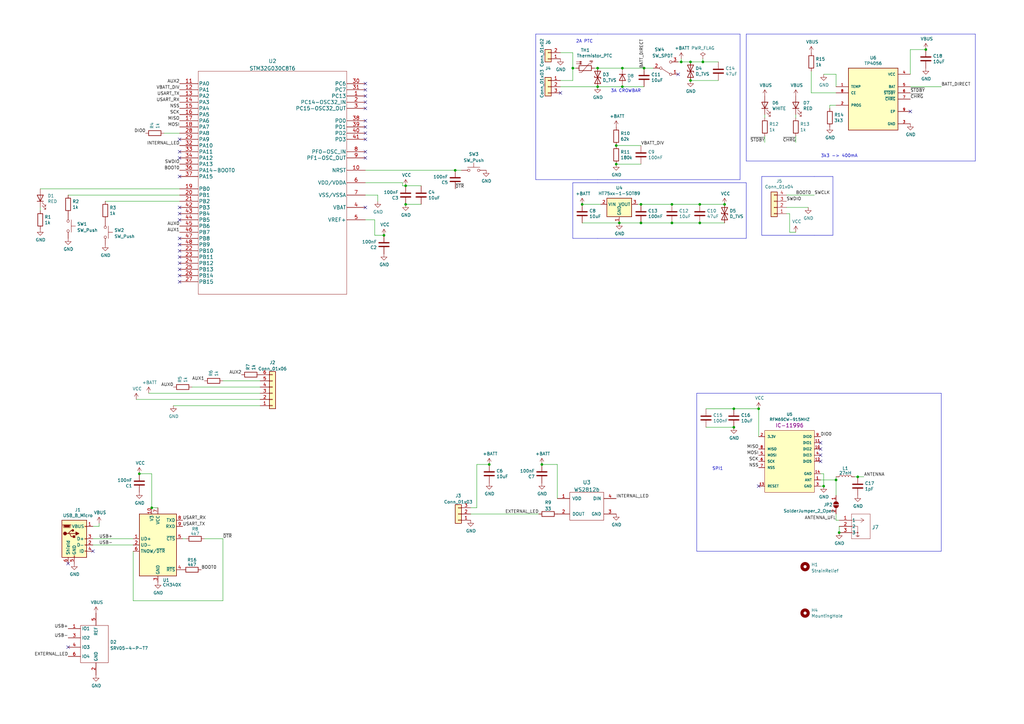
<source format=kicad_sch>
(kicad_sch (version 20230121) (generator eeschema)
  (paper "A3")
  (junction (at 234.95 27.94))
  (junction (at 157.48 96.52))
  (junction (at 283.21 25.4))
  (junction (at 264.16 27.94))
  (junction (at 62.23 208.28))
  (junction (at 245.11 35.56))
  (junction (at 379.73 20.32))
  (junction (at 252.73 67.31))
  (junction (at 344.17 218.44))
  (junction (at 351.79 195.58))
  (junction (at 166.37 76.2))
  (junction (at 311.15 167.64))
  (junction (at 287.02 83.82))
  (junction (at 275.59 91.44))
  (junction (at 300.99 175.26))
  (junction (at 200.66 190.5))
  (junction (at 297.18 83.82))
  (junction (at 166.37 83.82))
  (junction (at 288.29 25.4))
  (junction (at 238.76 83.82))
  (junction (at 275.59 83.82))
  (junction (at 342.9 196.85))
  (junction (at 255.27 27.94))
  (junction (at 186.69 69.85))
  (junction (at 283.21 33.02))
  (junction (at 245.11 27.94))
  (junction (at 262.89 83.82))
  (junction (at 262.89 91.44))
  (junction (at 255.27 35.56))
  (junction (at 57.15 194.31))
  (junction (at 222.25 190.5))
  (junction (at 300.99 167.64))
  (junction (at 337.82 199.39))
  (junction (at 279.4 25.4))
  (junction (at 287.02 91.44))
  (junction (at 252.73 59.69))
  (junction (at 254 91.44))
  (no_connect (at 336.55 186.69))
  (no_connect (at 38.1 226.06))
  (no_connect (at 73.66 62.23))
  (no_connect (at 278.13 30.48))
  (no_connect (at 336.55 181.61))
  (no_connect (at 149.86 64.77))
  (no_connect (at 149.86 62.23))
  (no_connect (at 149.86 34.29))
  (no_connect (at 149.86 36.83))
  (no_connect (at 149.86 39.37))
  (no_connect (at 149.86 41.91))
  (no_connect (at 149.86 44.45))
  (no_connect (at 73.66 100.33))
  (no_connect (at 73.66 110.49))
  (no_connect (at 73.66 113.03))
  (no_connect (at 73.66 115.57))
  (no_connect (at 73.66 85.09))
  (no_connect (at 73.66 87.63))
  (no_connect (at 73.66 90.17))
  (no_connect (at 73.66 97.79))
  (no_connect (at 73.66 102.87))
  (no_connect (at 73.66 105.41))
  (no_connect (at 73.66 107.95))
  (no_connect (at 73.66 72.39))
  (no_connect (at 149.86 49.53))
  (no_connect (at 149.86 52.07))
  (no_connect (at 149.86 54.61))
  (no_connect (at 149.86 57.15))
  (no_connect (at 311.15 199.39))
  (no_connect (at 336.55 184.15))
  (no_connect (at 73.66 57.15))
  (no_connect (at 373.38 45.72))
  (no_connect (at 73.66 64.77))
  (no_connect (at 27.94 231.14))
  (no_connect (at 229.87 38.1))
  (no_connect (at 336.55 189.23))
  (no_connect (at 149.86 85.09))
  (no_connect (at 27.94 265.43))
  (wire (pts (xy 311.15 179.07) (xy 311.15 167.64)))
  (wire (pts (xy 373.38 20.32) (xy 379.73 20.32)))
  (wire (pts (xy 200.66 190.5) (xy 195.58 190.5)))
  (wire (pts (xy 300.99 175.26) (xy 289.56 175.26)))
  (wire (pts (xy 340.36 44.45) (xy 340.36 43.18)))
  (polyline (pts (xy 400.05 13.97) (xy 400.05 66.04)))
  (wire (pts (xy 342.9 196.85) (xy 342.9 203.2)))
  (wire (pts (xy 326.39 48.26) (xy 326.39 46.99)))
  (wire (pts (xy 288.29 24.13) (xy 288.29 25.4)))
  (wire (pts (xy 342.9 210.82) (xy 342.9 213.36)))
  (wire (pts (xy 351.79 195.58) (xy 350.52 195.58)))
  (wire (pts (xy 323.85 95.25) (xy 323.85 87.63)))
  (wire (pts (xy 275.59 83.82) (xy 287.02 83.82)))
  (polyline (pts (xy 334.01 72.39) (xy 341.63 72.39)))
  (wire (pts (xy 195.58 190.5) (xy 195.58 208.28)))
  (wire (pts (xy 222.25 190.5) (xy 228.6 190.5)))
  (polyline (pts (xy 306.07 66.04) (xy 400.05 66.04)))
  (polyline (pts (xy 234.95 74.93) (xy 234.95 97.79)))
  (wire (pts (xy 262.89 67.31) (xy 252.73 67.31)))
  (polyline (pts (xy 234.95 97.79) (xy 245.11 97.79)))
  (wire (pts (xy 54.61 246.38) (xy 54.61 226.06)))
  (wire (pts (xy 91.44 246.38) (xy 54.61 246.38)))
  (wire (pts (xy 342.9 38.1) (xy 332.74 38.1)))
  (polyline (pts (xy 285.75 161.29) (xy 386.08 161.29)))
  (wire (pts (xy 78.74 158.75) (xy 106.68 158.75)))
  (wire (pts (xy 344.17 215.9) (xy 344.17 218.44)))
  (wire (pts (xy 153.67 96.52) (xy 153.67 90.17)))
  (wire (pts (xy 43.18 82.55) (xy 73.66 82.55)))
  (polyline (pts (xy 341.63 96.52) (xy 334.01 96.52)))
  (wire (pts (xy 74.93 220.98) (xy 76.2 220.98)))
  (polyline (pts (xy 285.75 226.06) (xy 285.75 161.29)))
  (wire (pts (xy 313.69 48.26) (xy 313.69 46.99)))
  (wire (pts (xy 337.82 30.48) (xy 342.9 30.48)))
  (wire (pts (xy 91.44 156.21) (xy 106.68 156.21)))
  (polyline (pts (xy 400.05 13.97) (xy 306.07 13.97)))
  (wire (pts (xy 326.39 95.25) (xy 323.85 95.25)))
  (wire (pts (xy 38.1 220.98) (xy 54.61 220.98)))
  (wire (pts (xy 40.64 215.9) (xy 38.1 215.9)))
  (wire (pts (xy 62.23 194.31) (xy 62.23 208.28)))
  (wire (pts (xy 91.44 220.98) (xy 91.44 246.38)))
  (wire (pts (xy 229.87 33.02) (xy 234.95 33.02)))
  (wire (pts (xy 287.02 83.82) (xy 297.18 83.82)))
  (wire (pts (xy 261.62 83.82) (xy 262.89 83.82)))
  (wire (pts (xy 154.94 82.55) (xy 154.94 80.01)))
  (wire (pts (xy 27.94 80.01) (xy 73.66 80.01)))
  (wire (pts (xy 193.04 210.82) (xy 220.98 210.82)))
  (wire (pts (xy 337.82 194.31) (xy 337.82 199.39)))
  (wire (pts (xy 264.16 27.94) (xy 267.97 27.94)))
  (wire (pts (xy 254 91.44) (xy 262.89 91.44)))
  (wire (pts (xy 323.85 87.63) (xy 322.58 87.63)))
  (wire (pts (xy 229.87 21.59) (xy 234.95 21.59)))
  (polyline (pts (xy 341.63 72.39) (xy 341.63 96.52)))
  (wire (pts (xy 165.1 74.93) (xy 165.1 76.2)))
  (wire (pts (xy 106.68 166.37) (xy 71.12 166.37)))
  (wire (pts (xy 287.02 91.44) (xy 297.18 91.44)))
  (polyline (pts (xy 306.07 74.93) (xy 306.07 97.79)))
  (polyline (pts (xy 245.11 74.93) (xy 306.07 74.93)))
  (polyline (pts (xy 312.42 96.52) (xy 312.42 72.39)))
  (wire (pts (xy 255.27 35.56) (xy 245.11 35.56)))
  (wire (pts (xy 186.69 69.85) (xy 189.23 69.85)))
  (wire (pts (xy 262.89 59.69) (xy 252.73 59.69)))
  (wire (pts (xy 279.4 25.4) (xy 283.21 25.4)))
  (wire (pts (xy 234.95 27.94) (xy 234.95 33.02)))
  (wire (pts (xy 60.96 161.29) (xy 106.68 161.29)))
  (polyline (pts (xy 334.01 96.52) (xy 312.42 96.52)))
  (wire (pts (xy 288.29 25.4) (xy 294.64 25.4)))
  (wire (pts (xy 149.86 74.93) (xy 165.1 74.93)))
  (polyline (pts (xy 245.11 74.93) (xy 234.95 74.93)))
  (wire (pts (xy 373.38 30.48) (xy 373.38 20.32)))
  (wire (pts (xy 228.6 190.5) (xy 228.6 204.47)))
  (wire (pts (xy 336.55 196.85) (xy 342.9 196.85)))
  (wire (pts (xy 279.4 25.4) (xy 279.4 24.13)))
  (wire (pts (xy 283.21 33.02) (xy 294.64 33.02)))
  (polyline (pts (xy 245.11 97.79) (xy 306.07 97.79)))
  (wire (pts (xy 342.9 213.36) (xy 344.17 213.36)))
  (wire (pts (xy 245.11 27.94) (xy 255.27 27.94)))
  (wire (pts (xy 313.69 58.42) (xy 313.69 55.88)))
  (wire (pts (xy 340.36 43.18) (xy 342.9 43.18)))
  (wire (pts (xy 342.9 30.48) (xy 342.9 35.56)))
  (wire (pts (xy 67.31 54.61) (xy 73.66 54.61)))
  (wire (pts (xy 16.51 86.36) (xy 16.51 85.09)))
  (wire (pts (xy 255.27 27.94) (xy 264.16 27.94)))
  (wire (pts (xy 153.67 90.17) (xy 149.86 90.17)))
  (wire (pts (xy 229.87 35.56) (xy 245.11 35.56)))
  (wire (pts (xy 55.88 163.83) (xy 106.68 163.83)))
  (wire (pts (xy 337.82 199.39) (xy 336.55 199.39)))
  (polyline (pts (xy 245.11 13.97) (xy 303.53 13.97)))
  (wire (pts (xy 38.1 223.52) (xy 54.61 223.52)))
  (polyline (pts (xy 386.08 226.06) (xy 386.08 161.29)))
  (wire (pts (xy 278.13 25.4) (xy 279.4 25.4)))
  (wire (pts (xy 288.29 25.4) (xy 283.21 25.4)))
  (wire (pts (xy 195.58 208.28) (xy 193.04 208.28)))
  (wire (pts (xy 40.64 214.63) (xy 40.64 215.9)))
  (wire (pts (xy 234.95 27.94) (xy 236.22 27.94)))
  (polyline (pts (xy 219.71 13.97) (xy 219.71 73.66)))
  (wire (pts (xy 16.51 77.47) (xy 73.66 77.47)))
  (wire (pts (xy 165.1 76.2) (xy 166.37 76.2)))
  (wire (pts (xy 336.55 194.31) (xy 337.82 194.31)))
  (polyline (pts (xy 312.42 72.39) (xy 334.01 72.39)))
  (wire (pts (xy 264.16 35.56) (xy 255.27 35.56)))
  (wire (pts (xy 326.39 58.42) (xy 326.39 55.88)))
  (wire (pts (xy 234.95 21.59) (xy 234.95 27.94)))
  (polyline (pts (xy 303.53 73.66) (xy 303.53 13.97)))
  (wire (pts (xy 332.74 38.1) (xy 332.74 29.21)))
  (wire (pts (xy 311.15 167.64) (xy 300.99 167.64)))
  (wire (pts (xy 386.08 35.56) (xy 373.38 35.56)))
  (wire (pts (xy 154.94 80.01) (xy 149.86 80.01)))
  (wire (pts (xy 289.56 167.64) (xy 300.99 167.64)))
  (wire (pts (xy 238.76 83.82) (xy 246.38 83.82)))
  (wire (pts (xy 153.67 96.52) (xy 157.48 96.52)))
  (wire (pts (xy 57.15 194.31) (xy 62.23 194.31)))
  (wire (pts (xy 149.86 69.85) (xy 186.69 69.85)))
  (wire (pts (xy 334.01 80.01) (xy 322.58 80.01)))
  (wire (pts (xy 275.59 91.44) (xy 287.02 91.44)))
  (wire (pts (xy 166.37 83.82) (xy 172.72 83.82)))
  (wire (pts (xy 166.37 76.2) (xy 172.72 76.2)))
  (polyline (pts (xy 245.11 13.97) (xy 219.71 13.97)))
  (wire (pts (xy 342.9 196.85) (xy 342.9 195.58)))
  (polyline (pts (xy 306.07 66.04) (xy 306.07 13.97)))
  (wire (pts (xy 91.44 220.98) (xy 83.82 220.98)))
  (polyline (pts (xy 245.11 73.66) (xy 303.53 73.66)))
  (polyline (pts (xy 285.75 226.06) (xy 386.08 226.06)))
  (wire (pts (xy 243.84 27.94) (xy 245.11 27.94)))
  (wire (pts (xy 331.47 85.09) (xy 322.58 85.09)))
  (wire (pts (xy 62.23 208.28) (xy 64.77 208.28)))
  (wire (pts (xy 354.33 195.58) (xy 351.79 195.58)))
  (polyline (pts (xy 219.71 73.66) (xy 245.11 73.66)))
  (wire (pts (xy 254 91.44) (xy 238.76 91.44)))
  (wire (pts (xy 262.89 91.44) (xy 275.59 91.44)))
  (wire (pts (xy 262.89 83.82) (xy 275.59 83.82)))
  (text "3k3 -> 400mA" (at 351.79 64.77 0) (effects (font (size 1.27 1.27)) (justify right bottom)))
  (text "3A CROWBAR" (at 262.89 38.1 0) (effects (font (size 1.27 1.27)) (justify right bottom)))
  (text "SPI1" (at 292.1 193.04 0) (effects (font (size 1.27 1.27)) (justify left bottom)))
  (text "2A PTC" (at 236.22 17.78 0) (effects (font (size 1.27 1.27)) (justify left bottom)))
  (label "NSS" (at 311.15 191.77 180))
  (label "USART_TX" (at 73.66 39.37 180))
  (label "MOSI" (at 73.66 52.07 180))
  (label "EXTERNAL_LED" (at 220.98 210.82 180))
  (label "NSS" (at 73.66 44.45 180))
  (label "INTERNAL_LED" (at 73.66 59.69 180))
  (label "AUX0" (at 73.66 92.71 180))
  (label "SWDIO" (at 73.66 67.31 180))
  (label "SWCLK" (at 334.01 80.01 0))
  (label "~{DTR}" (at 91.44 220.98 0))
  (label "ANTENNA_UFL" (at 342.9 213.36 180))
  (label "USB+" (at 40.64 220.98 0))
  (label "USART_TX" (at 74.93 215.9 0))
  (label "DIO0" (at 59.69 54.61 180))
  (label "USART_RX" (at 73.66 41.91 180))
  (label "AUX1" (at 73.66 95.25 180))
  (label "INTERNAL_LED" (at 252.73 204.47 0))
  (label "MISO" (at 73.66 49.53 180))
  (label "SCK" (at 311.15 189.23 180))
  (label "ANTENNA" (at 354.33 195.58 0))
  (label "MISO" (at 311.15 184.15 180))
  (label "MOSI" (at 311.15 186.69 180))
  (label "SCK" (at 73.66 46.99 180))
  (label "AUX2" (at 73.66 34.29 180))
  (label "VBATT_DIV" (at 262.89 59.69 0))
  (label "VBATT_DIV" (at 73.66 36.83 180))
  (label "DIO0" (at 336.55 179.07 0))
  (label "USB-" (at 27.94 261.62 180))
  (label "BOOT0" (at 73.66 69.85 180))
  (label "USB-" (at 40.64 223.52 0))
  (label "EXTERNAL_LED" (at 27.94 269.24 180))
  (label "BOOT0" (at 326.39 80.01 0))
  (label "SWDIO" (at 322.58 82.55 0))
  (label "~{CHRG}" (at 373.38 40.64 0))
  (label "BATT_DIRECT" (at 386.08 35.56 0))
  (label "AUX1" (at 83.82 156.21 180))
  (label "USB+" (at 27.94 257.81 180))
  (label "AUX2" (at 99.06 153.67 180))
  (label "~{CHRG}" (at 326.39 58.42 180))
  (label "BOOT0" (at 82.55 233.68 0))
  (label "BATT_DIRECT" (at 264.16 27.94 90))
  (label "~{DTR}" (at 186.69 77.47 0))
  (label "~{STDBY}" (at 373.38 38.1 0))
  (label "USART_RX" (at 74.93 213.36 0))
  (label "AUX0" (at 71.12 158.75 180))
  (label "~{STDBY}" (at 313.69 58.42 180))
  (symbol (lib_id "controller-rescue:RFM69CW-915MHZ-SparkFun-RF") (at 323.85 189.23 0) (unit 1)
    (property "Reference" "U5" (at 323.85 169.926 0) (effects (font (size 1.143 1.143))))
    (property "Value" "RFM69CW-915MHZ" (at 323.85 172.0596 0) (effects (font (size 1.143 1.143))))
    (property "Footprint" "Homebrew:RFM69CW-minimalpads" (effects hide))
    (property "Field4" "IC-11996" (at 323.85 174.4726 0) (effects (font (size 1.524 1.524))))
  )
  (symbol (lib_id "Device:C") (at 300.99 171.45 180) (unit 1)
    (property "Reference" "C16" (at 303.911 170.2816 0) (effects (justify right)))
    (property "Value" "10uF" (at 303.911 172.593 0) (effects (justify right)))
    (property "Footprint" "Capacitor_SMD:C_0603_1608Metric" (effects hide))
    (property "LCSC" "C96446" (effects hide))
  )
  (symbol (lib_id "power:VCC") (at 311.15 167.64 0) (unit 1)
    (property "Reference" "#PWR038" (effects hide))
    (property "Value" "VCC" (at 311.531 163.2458 0))
  )
  (symbol (lib_id "power:GND") (at 300.99 175.26 0) (unit 1)
    (property "Reference" "#PWR036" (effects hide))
    (property "Value" "GND" (at 301.117 179.6542 0))
  )
  (symbol (lib_id "Device:C") (at 289.56 171.45 0) (unit 1)
    (property "Reference" "C15" (at 292.481 170.2816 0) (effects (justify left)))
    (property "Value" "100nF" (at 292.481 172.593 0) (effects (justify left)))
    (property "Footprint" "Capacitor_SMD:C_0402_1005Metric_Pad0.74x0.62mm_HandSolder" (effects hide))
    (property "LCSC" "C307331" (effects hide))
  )
  (symbol (lib_id "power:GND") (at 337.82 199.39 0) (unit 1)
    (property "Reference" "#PWR042" (effects hide))
    (property "Value" "GND" (at 337.947 203.7842 0))
  )
  (symbol (lib_id "Regulator_Linear:HT75xx-1-SOT89") (at 254 86.36 0) (unit 1)
    (property "Reference" "U4" (at 254 77.0382 0))
    (property "Value" "HT75xx-1-SOT89" (at 254 79.3496 0))
    (property "Footprint" "Package_TO_SOT_SMD:SOT-89-3" (effects hide))
    (property "Datasheet" "https://www.holtek.com/documents/10179/116711/HT75xx-1v250.pdf" (effects hide))
    (property "LCSC" "C14289" (effects hide))
  )
  (symbol (lib_id "power:GND") (at 245.11 35.56 0) (unit 1)
    (property "Reference" "#PWR030" (effects hide))
    (property "Value" "GND" (at 245.237 39.9542 0))
  )
  (symbol (lib_id "Device:C") (at 264.16 31.75 180) (unit 1)
    (property "Reference" "C11" (at 267.081 30.5816 0) (effects (justify right)))
    (property "Value" "10uF" (at 267.081 32.893 0) (effects (justify right)))
    (property "Footprint" "Capacitor_SMD:C_0603_1608Metric" (effects hide))
    (property "LCSC" "C96446" (effects hide))
  )
  (symbol (lib_id "Device:C") (at 238.76 87.63 180) (unit 1)
    (property "Reference" "C8" (at 241.681 86.4616 0) (effects (justify right)))
    (property "Value" "10uF" (at 241.681 88.773 0) (effects (justify right)))
    (property "Footprint" "Capacitor_SMD:C_0603_1608Metric" (effects hide))
    (property "LCSC" "C96446" (effects hide))
  )
  (symbol (lib_id "power:GND") (at 254 91.44 0) (unit 1)
    (property "Reference" "#PWR031" (effects hide))
    (property "Value" "GND" (at 254.127 95.8342 0))
  )
  (symbol (lib_id "Device:C") (at 275.59 87.63 180) (unit 1)
    (property "Reference" "C12" (at 278.511 86.4616 0) (effects (justify right)))
    (property "Value" "10uF" (at 278.511 88.773 0) (effects (justify right)))
    (property "Footprint" "Capacitor_SMD:C_0603_1608Metric" (effects hide))
    (property "LCSC" "C96446" (effects hide))
  )
  (symbol (lib_id "power:VCC") (at 297.18 83.82 0) (unit 1)
    (property "Reference" "#PWR034" (effects hide))
    (property "Value" "VCC" (at 297.561 79.4258 0))
  )
  (symbol (lib_id "Device:Thermistor_PTC") (at 240.03 27.94 270) (unit 1)
    (property "Reference" "TH1" (at 240.03 20.574 90))
    (property "Value" "Thermistor_PTC" (at 243.84 22.86 90))
    (property "Footprint" "Fuse:Fuse_1812_4532Metric_Pad1.30x3.40mm_HandSolder" (effects hide))
    (property "LCSC" "C89650" (effects hide))
  )
  (symbol (lib_id "power:+BATT") (at 238.76 83.82 0) (unit 1)
    (property "Reference" "#PWR026" (effects hide))
    (property "Value" "+BATT" (at 239.141 79.4258 0))
  )
  (symbol (lib_id "controller-rescue:TP4056-snapeda-TP4056") (at 358.14 40.64 0) (unit 1)
    (property "Reference" "U6" (at 358.14 23.6982 0))
    (property "Value" "TP4056" (at 358.14 26.0096 0))
    (property "Footprint" "Homebrew:SOP-8_3.9x4.9mm_P1.27mm_Thermal" (effects hide))
    (property "MAXIMUM_PACKAGE_HEIGHT" "1.75mm" (effects hide))
    (property "STANDARD" "IPC 7351B" (effects hide))
    (property "MANUFACTURER" "NanJing Top Power ASIC Corp." (effects hide))
    (property "LCSC" "C382139" (effects hide))
  )
  (symbol (lib_id "Device:C") (at 379.73 24.13 180) (unit 1)
    (property "Reference" "C18" (at 382.651 22.9616 0) (effects (justify right)))
    (property "Value" "10uF" (at 382.651 25.273 0) (effects (justify right)))
    (property "Footprint" "Capacitor_SMD:C_0603_1608Metric" (effects hide))
    (property "LCSC" "C96446" (effects hide))
  )
  (symbol (lib_id "power:GND") (at 373.38 50.8 0) (unit 1)
    (property "Reference" "#PWR043" (effects hide))
    (property "Value" "GND" (at 373.507 55.1942 0))
  )
  (symbol (lib_id "power:VBUS") (at 379.73 20.32 0) (unit 1)
    (property "Reference" "#PWR044" (effects hide))
    (property "Value" "VBUS" (at 380.111 15.9258 0))
  )
  (symbol (lib_id "power:GND") (at 379.73 27.94 0) (unit 1)
    (property "Reference" "#PWR045" (effects hide))
    (property "Value" "GND" (at 379.857 32.3342 0))
  )
  (symbol (lib_id "Device:R") (at 340.36 48.26 0) (unit 1)
    (property "Reference" "R14" (at 342.138 47.0916 0) (effects (justify left)))
    (property "Value" "3k3" (at 342.138 49.403 0) (effects (justify left)))
    (property "Footprint" "Resistor_SMD:R_0603_1608Metric" (effects hide))
    (property "LCSC" "C22978" (effects hide))
  )
  (symbol (lib_id "power:GND") (at 340.36 52.07 0) (unit 1)
    (property "Reference" "#PWR041" (effects hide))
    (property "Value" "GND" (at 340.487 56.4642 0))
  )
  (symbol (lib_id "Device:LED") (at 326.39 43.18 90) (unit 1)
    (property "Reference" "D7" (at 329.3872 42.1894 90) (effects (justify right)))
    (property "Value" "RED" (at 329.3872 44.5008 90) (effects (justify right)))
    (property "Footprint" "LED_SMD:LED_0603_1608Metric" (effects hide))
    (property "LCSC" "C2286" (effects hide))
  )
  (symbol (lib_id "Device:R") (at 326.39 52.07 0) (unit 1)
    (property "Reference" "R13" (at 328.168 50.9016 0) (effects (justify left)))
    (property "Value" "1k" (at 328.168 53.213 0) (effects (justify left)))
    (property "Footprint" "Resistor_SMD:R_0402_1005Metric" (effects hide))
    (property "LCSC" "C11702" (effects hide))
  )
  (symbol (lib_id "power:VBUS") (at 313.69 39.37 0) (unit 1)
    (property "Reference" "#PWR035" (effects hide))
    (property "Value" "VBUS" (at 314.071 34.9758 0))
  )
  (symbol (lib_id "Device:LED") (at 313.69 43.18 90) (unit 1)
    (property "Reference" "D6" (at 316.6872 42.1894 90) (effects (justify right)))
    (property "Value" "WHITE" (at 316.6872 44.5008 90) (effects (justify right)))
    (property "Footprint" "LED_SMD:LED_0603_1608Metric" (effects hide))
    (property "LCSC" "C2290" (effects hide))
  )
  (symbol (lib_id "Device:R") (at 313.69 52.07 0) (unit 1)
    (property "Reference" "R12" (at 315.468 50.9016 0) (effects (justify left)))
    (property "Value" "1k" (at 315.468 53.213 0) (effects (justify left)))
    (property "Footprint" "Resistor_SMD:R_0402_1005Metric" (effects hide))
    (property "LCSC" "C11702" (effects hide))
  )
  (symbol (lib_id "power:GND") (at 337.82 30.48 0) (unit 1)
    (property "Reference" "#PWR040" (effects hide))
    (property "Value" "GND" (at 337.947 34.8742 0))
  )
  (symbol (lib_id "power:+BATT") (at 279.4 24.13 0) (unit 1)
    (property "Reference" "#PWR032" (effects hide))
    (property "Value" "+BATT" (at 279.781 19.7358 0))
  )
  (symbol (lib_id "Device:R") (at 252.73 55.88 0) (unit 1)
    (property "Reference" "R10" (at 254.508 54.7116 0) (effects (justify left)))
    (property "Value" "62k" (at 254.508 57.023 0) (effects (justify left)))
    (property "Footprint" "Resistor_SMD:R_0603_1608Metric" (effects hide))
    (property "LCSC" "C23221" (effects hide))
  )
  (symbol (lib_id "Device:R") (at 252.73 63.5 0) (unit 1)
    (property "Reference" "R11" (at 254.508 62.3316 0) (effects (justify left)))
    (property "Value" "180k" (at 254.508 64.643 0) (effects (justify left)))
    (property "Footprint" "Resistor_SMD:R_0603_1608Metric" (effects hide))
    (property "LCSC" "C22827" (effects hide))
  )
  (symbol (lib_id "power:+BATT") (at 252.73 52.07 0) (unit 1)
    (property "Reference" "#PWR027" (effects hide))
    (property "Value" "+BATT" (at 253.111 47.6758 0))
  )
  (symbol (lib_id "power:GND") (at 252.73 67.31 0) (unit 1)
    (property "Reference" "#PWR028" (effects hide))
    (property "Value" "GND" (at 252.857 71.7042 0))
  )
  (symbol (lib_id "Device:C") (at 262.89 87.63 0) (unit 1)
    (property "Reference" "C13" (at 265.811 86.4616 0) (effects (justify left)))
    (property "Value" "100nF" (at 265.811 88.773 0) (effects (justify left)))
    (property "Footprint" "Capacitor_SMD:C_0402_1005Metric_Pad0.74x0.62mm_HandSolder" (effects hide))
    (property "LCSC" "C307331" (effects hide))
  )
  (symbol (lib_id "power:GND") (at 30.48 231.14 0) (unit 1)
    (property "Reference" "#PWR03" (effects hide))
    (property "Value" "GND" (at 30.607 235.5342 0))
  )
  (symbol (lib_id "Connector_Generic:Conn_01x04") (at 317.5 85.09 180) (unit 1)
    (property "Reference" "J5" (at 319.5828 74.295 0))
    (property "Value" "Conn_01x04" (at 319.5828 76.6064 0))
    (property "Footprint" "Connector_PinHeader_2.54mm:PinHeader_1x04_P2.54mm_Vertical" (effects hide))
  )
  (symbol (lib_id "power:GND") (at 331.47 85.09 0) (unit 1)
    (property "Reference" "#PWR039" (effects hide))
    (property "Value" "GND" (at 331.597 89.4842 0))
  )
  (symbol (lib_id "power:VCC") (at 326.39 95.25 0) (unit 1)
    (property "Reference" "#PWR037" (effects hide))
    (property "Value" "VCC" (at 326.771 90.8558 0))
  )
  (symbol (lib_id "power:VBUS") (at 40.64 214.63 0) (unit 1)
    (property "Reference" "#PWR06" (effects hide))
    (property "Value" "VBUS" (at 41.021 210.2358 0))
  )
  (symbol (lib_id "Connector:USB_B_Micro") (at 30.48 220.98 0) (unit 1)
    (property "Reference" "J1" (at 31.9278 209.1182 0))
    (property "Value" "USB_B_Micro" (at 31.9278 211.4296 0))
    (property "Footprint" "Homebrew:FRAMATOME_10118194-0001LF_fixed_bridges" (effects hide))
    (property "LCSC" "C132563" (effects hide))
  )
  (symbol (lib_id "Device:C") (at 186.69 73.66 180) (unit 1)
    (property "Reference" "C5" (at 183.769 74.8284 0) (effects (justify left)))
    (property "Value" "100nF" (at 183.769 72.517 0) (effects (justify left)))
    (property "Footprint" "Capacitor_SMD:C_0402_1005Metric_Pad0.74x0.62mm_HandSolder" (effects hide))
    (property "LCSC" "C307331" (effects hide))
  )
  (symbol (lib_id "power:GND") (at 71.12 166.37 0) (unit 1)
    (property "Reference" "#PWR013" (effects hide))
    (property "Value" "GND" (at 71.247 170.7642 0))
  )
  (symbol (lib_id "power:VCC") (at 55.88 163.83 0) (unit 1)
    (property "Reference" "#PWR08" (effects hide))
    (property "Value" "VCC" (at 56.261 159.4358 0))
  )
  (symbol (lib_id "power:+BATT") (at 60.96 161.29 0) (unit 1)
    (property "Reference" "#PWR011" (effects hide))
    (property "Value" "+BATT" (at 61.341 156.8958 0))
  )
  (symbol (lib_id "Device:D_TVS") (at 297.18 87.63 270) (unit 1)
    (property "Reference" "D5" (at 299.212 86.4616 90) (effects (justify left)))
    (property "Value" "D_TVS" (at 299.212 88.773 90) (effects (justify left)))
    (property "Footprint" "Diode_SMD:D_SMB" (effects hide))
    (property "LCSC" "C78395" (effects hide))
  )
  (symbol (lib_id "Device:D_TVS") (at 283.21 29.21 270) (unit 1)
    (property "Reference" "D4" (at 285.242 28.0416 90) (effects (justify left)))
    (property "Value" "D_TVS" (at 285.242 30.353 90) (effects (justify left)))
    (property "Footprint" "Diode_SMD:D_SMB" (effects hide))
    (property "LCSC" "C78395" (effects hide))
  )
  (symbol (lib_id "power:GND") (at 283.21 33.02 0) (unit 1)
    (property "Reference" "#PWR033" (effects hide))
    (property "Value" "GND" (at 283.337 37.4142 0))
  )
  (symbol (lib_id "Device:D_TVS") (at 245.11 31.75 270) (unit 1)
    (property "Reference" "D3" (at 247.142 30.5816 90) (effects (justify left)))
    (property "Value" "D_TVS" (at 247.142 32.893 90) (effects (justify left)))
    (property "Footprint" "Diode_SMD:D_SMB" (effects hide))
    (property "LCSC" "C78395" (effects hide))
  )
  (symbol (lib_id "Mechanical:MountingHole") (at 330.2 251.46 0) (unit 1)
    (property "Reference" "H4" (at 332.74 250.2916 0) (effects (justify left)))
    (property "Value" "MountingHole" (at 332.74 252.603 0) (effects (justify left)))
    (property "Footprint" "MountingHole:MountingHole_3.2mm_M3" (effects hide))
  )
  (symbol (lib_id "power:PWR_FLAG") (at 288.29 24.13 0) (unit 1)
    (property "Reference" "#FLG01" (effects hide))
    (property "Value" "PWR_FLAG" (at 288.29 19.7358 0))
  )
  (symbol (lib_id "power:GND") (at 200.66 198.12 0) (unit 1)
    (property "Reference" "#PWR023" (effects hide))
    (property "Value" "GND" (at 200.787 202.5142 0))
  )
  (symbol (lib_id "Homebrew:STM32G030C8T6") (at 73.66 34.29 0) (unit 1)
    (property "Reference" "U2" (at 111.76 25.0624 0) (effects (font (size 1.524 1.524))))
    (property "Value" "STM32G030C8T6" (at 111.76 28.0558 0) (effects (font (size 1.524 1.524))))
    (property "Footprint" "Package_QFP:LQFP-48_7x7mm_P0.5mm" (effects hide))
    (property "LCSC" "C529329" (effects hide))
  )
  (symbol (lib_id "Device:C") (at 200.66 194.31 180) (unit 1)
    (property "Reference" "C6" (at 203.581 193.1416 0) (effects (justify right)))
    (property "Value" "10uF" (at 203.581 195.453 0) (effects (justify right)))
    (property "Footprint" "Capacitor_SMD:C_0603_1608Metric" (effects hide))
    (property "LCSC" "C96446" (effects hide))
  )
  (symbol (lib_id "power:GND") (at 57.15 201.93 0) (unit 1)
    (property "Reference" "#PWR010" (effects hide))
    (property "Value" "GND" (at 57.277 206.3242 0))
  )
  (symbol (lib_id "Device:R") (at 16.51 90.17 0) (unit 1)
    (property "Reference" "R1" (at 18.288 89.0016 0) (effects (justify left)))
    (property "Value" "1k" (at 18.288 91.313 0) (effects (justify left)))
    (property "Footprint" "Resistor_SMD:R_0402_1005Metric" (effects hide))
    (property "LCSC" "C11702" (effects hide))
  )
  (symbol (lib_id "Device:R") (at 87.63 156.21 90) (unit 1)
    (property "Reference" "R6" (at 86.4616 154.432 0) (effects (justify left)))
    (property "Value" "1k" (at 88.773 154.432 0) (effects (justify left)))
    (property "Footprint" "Resistor_SMD:R_0402_1005Metric" (effects hide))
    (property "LCSC" "C11702" (effects hide))
  )
  (symbol (lib_id "power:GND") (at 351.79 203.2 0) (unit 1)
    (property "Reference" "#PWR046" (effects hide))
    (property "Value" "GND" (at 351.917 207.5942 0))
  )
  (symbol (lib_id "Mechanical:MountingHole") (at 330.2 232.41 0) (unit 1)
    (property "Reference" "H1" (at 332.74 231.5753 0) (effects (justify left)))
    (property "Value" "StrainRelief" (at 332.74 234.1122 0) (effects (justify left)))
    (property "Footprint" "Homebrew:3_pin_2.54mm_pitch_strain_relief" (effects hide))
  )
  (symbol (lib_id "power:GND") (at 222.25 198.12 0) (unit 1)
    (property "Reference" "#PWR025" (effects hide))
    (property "Value" "GND" (at 222.377 202.5142 0))
  )
  (symbol (lib_id "Connector_Generic:Conn_01x03") (at 224.79 35.56 0) (mirror y) (unit 1)
    (property "Reference" "J4" (at 224.79 28.0502 0))
    (property "Value" "Conn_01x03" (at 222.25 34.29 90))
    (property "Footprint" "Homebrew:MiniPV_78208-X03XXX_1x03_P2.54mm_Polarized_Horizontal" (effects hide))
  )
  (symbol (lib_id "Device:C") (at 287.02 87.63 180) (unit 1)
    (property "Reference" "C10" (at 289.941 86.4616 0) (effects (justify right)))
    (property "Value" "47uF" (at 289.941 88.773 0) (effects (justify right)))
    (property "Footprint" "Capacitor_SMD:C_1206_3216Metric" (effects hide))
    (property "LCSC" "C96123" (effects hide))
  )
  (symbol (lib_id "Device:R") (at 63.5 54.61 90) (unit 1)
    (property "Reference" "R4" (at 62.3316 52.832 0) (effects (justify left)))
    (property "Value" "1k" (at 64.643 52.832 0) (effects (justify left)))
    (property "Footprint" "Resistor_SMD:R_0402_1005Metric" (effects hide))
    (property "LCSC" "C11702" (effects hide))
  )
  (symbol (lib_id "power:+BATT") (at 222.25 190.5 0) (unit 1)
    (property "Reference" "#PWR024" (effects hide))
    (property "Value" "+BATT" (at 222.631 186.1058 0))
  )
  (symbol (lib_id "Device:L") (at 346.71 195.58 90) (unit 1)
    (property "Reference" "L1" (at 346.71 192.0647 90))
    (property "Value" "27nH" (at 346.71 193.9857 90))
    (property "Footprint" "Inductor_SMD:L_0402_1005Metric" (effects hide))
    (property "LCSC" "C2041663" (effects hide))
  )
  (symbol (lib_id "power:GND") (at 157.48 104.14 0) (unit 1)
    (property "Reference" "#PWR017" (effects hide))
    (property "Value" "GND" (at 157.607 108.5342 0))
  )
  (symbol (lib_id "power:GND") (at 193.04 213.36 0) (unit 1)
    (property "Reference" "#PWR020" (effects hide))
    (property "Value" "GND" (at 193.167 217.7542 0))
  )
  (symbol (lib_id "power:+BATT") (at 200.66 190.5 0) (unit 1)
    (property "Reference" "#PWR022" (effects hide))
    (property "Value" "+BATT" (at 201.041 186.1058 0))
  )
  (symbol (lib_id "Device:C") (at 166.37 80.01 180) (unit 1)
    (property "Reference" "C3" (at 163.449 81.1784 0) (effects (justify left)))
    (property "Value" "100nF" (at 163.449 78.867 0) (effects (justify left)))
    (property "Footprint" "Capacitor_SMD:C_0402_1005Metric_Pad0.74x0.62mm_HandSolder" (effects hide))
    (property "LCSC" "C307331" (effects hide))
  )
  (symbol (lib_id "Connector_Generic:Conn_01x03") (at 187.96 210.82 180) (unit 1)
    (property "Reference" "J3" (at 187.96 203.3102 0))
    (property "Value" "Conn_01x03" (at 187.96 205.8471 0))
    (property "Footprint" "Connector_PinHeader_2.54mm:PinHeader_1x03_P2.54mm_Horizontal" (effects hide))
  )
  (symbol (lib_id "Switch:SW_Push") (at 27.94 92.71 270) (unit 1)
    (property "Reference" "SW1" (at 31.623 91.8753 90) (effects (justify left)))
    (property "Value" "SW_Push" (at 31.623 94.4122 90) (effects (justify left)))
    (property "Footprint" "Homebrew:SW_TACTILE_3mmx3.5mm_TS-1071SA-A4B3-D4" (effects hide))
    (property "LCSC" "C498310" (effects hide))
  )
  (symbol (lib_id "power:GND") (at 16.51 93.98 0) (unit 1)
    (property "Reference" "#PWR01" (effects hide))
    (property "Value" "GND" (at 16.637 98.3742 0))
  )
  (symbol (lib_id "Device:C") (at 351.79 199.39 0) (unit 1)
    (property "Reference" "C17" (at 354.711 198.2216 0) (effects (justify left)))
    (property "Value" "1pF" (at 354.711 200.533 0) (effects (justify left)))
    (property "Footprint" "Capacitor_SMD:C_0402_1005Metric_Pad0.74x0.62mm_HandSolder" (effects hide))
  )
  (symbol (lib_id "power:VBUS") (at 326.39 39.37 0) (unit 1)
    (property "Reference" "#PWR047" (effects hide))
    (property "Value" "VBUS" (at 326.771 34.9758 0))
  )
  (symbol (lib_id "Homebrew:SRV05-4-P-T7") (at 39.37 262.89 0) (unit 1)
    (property "Reference" "D2" (at 45.1612 263.3253 0) (effects (justify left)))
    (property "Value" "SRV05-4-P-T7" (at 45.1612 265.8622 0) (effects (justify left)))
    (property "Footprint" "Package_TO_SOT_SMD:SOT-23-6" (effects hide))
    (property "Datasheet" "https://datasheet.lcsc.com/lcsc/1809192313_ProTek-Devices-SRV05-4-P-T7_C85364.pdf" (effects hide))
    (property "LCSC" "C85364" (effects hide))
  )
  (symbol (lib_id "power:GND") (at 64.77 238.76 0) (unit 1)
    (property "Reference" "#PWR012" (effects hide))
    (property "Value" "GND" (at 64.897 243.1542 0))
  )
  (symbol (lib_id "power:VCC") (at 166.37 76.2 0) (unit 1)
    (property "Reference" "#PWR018" (effects hide))
    (property "Value" "VCC" (at 166.751 71.8058 0))
  )
  (symbol (lib_id "Device:R") (at 78.74 233.68 90) (unit 1)
    (property "Reference" "R16" (at 78.74 229.6541 90))
    (property "Value" "4k7" (at 78.74 231.5751 90))
    (property "Footprint" "Resistor_SMD:R_0402_1005Metric" (effects hide))
    (property "LCSC" "C25900" (effects hide))
  )
  (symbol (lib_id "Device:C") (at 262.89 63.5 0) (unit 1)
    (property "Reference" "C9" (at 265.811 62.3316 0) (effects (justify left)))
    (property "Value" "100nF" (at 265.811 64.643 0) (effects (justify left)))
    (property "Footprint" "Capacitor_SMD:C_0402_1005Metric_Pad0.74x0.62mm_HandSolder" (effects hide))
    (property "LCSC" "C307331" (effects hide))
  )
  (symbol (lib_id "power:GND") (at 344.17 218.44 0) (unit 1)
    (property "Reference" "#PWR049" (effects hide))
    (property "Value" "GND" (at 344.297 222.8342 0))
  )
  (symbol (lib_id "Switch:SW_SPDT") (at 273.05 27.94 0) (mirror x) (unit 1)
    (property "Reference" "SW4" (at 270.51 20.32 0))
    (property "Value" "SW_SPDT" (at 271.78 22.86 0))
    (property "Footprint" "Homebrew:SW_SLIDE_SPDT_K3-1204D-L" (effects hide))
    (property "LCSC" "C2909229" (effects hide))
  )
  (symbol (lib_id "Interface_USB:CH340X") (at 64.77 223.52 0) (unit 1)
    (property "Reference" "U1" (at 66.7259 237.9425 0) (effects (justify left)))
    (property "Value" "CH340X" (at 66.7259 239.8635 0) (effects (justify left)))
    (property "Footprint" "Package_SO:MSOP-10_3x3mm_P0.5mm" (effects hide))
    (property "Datasheet" "https://cdn.sparkfun.com/assets/5/0/a/8/5/CH340DS1.PDF" (effects hide))
    (property "LCSC" "C3035748" (effects hide))
  )
  (symbol (lib_id "power:VCC") (at 57.15 194.31 0) (unit 1)
    (property "Reference" "#PWR09" (effects hide))
    (property "Value" "VCC" (at 57.531 189.9158 0))
  )
  (symbol (lib_id "power:GND") (at 43.18 100.33 0) (unit 1)
    (property "Reference" "#PWR07" (effects hide))
    (property "Value" "GND" (at 43.307 104.7242 0))
  )
  (symbol (lib_id "Device:R") (at 43.18 86.36 0) (unit 1)
    (property "Reference" "R3" (at 44.958 85.1916 0) (effects (justify left)))
    (property "Value" "1k" (at 44.958 87.503 0) (effects (justify left)))
    (property "Footprint" "Resistor_SMD:R_0402_1005Metric" (effects hide))
    (property "LCSC" "C11702" (effects hide))
  )
  (symbol (lib_id "Device:C") (at 294.64 29.21 180) (unit 1)
    (property "Reference" "C14" (at 297.561 28.0416 0) (effects (justify right)))
    (property "Value" "47uF" (at 297.561 30.353 0) (effects (justify right)))
    (property "Footprint" "Capacitor_SMD:C_1206_3216Metric" (effects hide))
    (property "LCSC" "C96123" (effects hide))
  )
  (symbol (lib_id "power:GND") (at 154.94 82.55 0) (unit 1)
    (property "Reference" "#PWR015" (effects hide))
    (property "Value" "GND" (at 155.067 86.9442 0))
  )
  (symbol (lib_id "power:GND") (at 252.73 210.82 0) (unit 1)
    (property "Reference" "#PWR029" (effects hide))
    (property "Value" "GND" (at 252.857 215.2142 0))
  )
  (symbol (lib_id "Switch:SW_Push") (at 43.18 95.25 270) (unit 1)
    (property "Reference" "SW2" (at 46.863 94.4153 90) (effects (justify left)))
    (property "Value" "SW_Push" (at 46.863 96.9522 90) (effects (justify left)))
    (property "Footprint" "Homebrew:SW_TACTILE_3mmx3.5mm_TS-1071SA-A4B3-D4" (effects hide))
    (property "LCSC" "C498310" (effects hide))
  )
  (symbol (lib_id "power:GND") (at 27.94 97.79 0) (unit 1)
    (property "Reference" "#PWR02" (effects hide))
    (property "Value" "GND" (at 28.067 102.1842 0))
  )
  (symbol (lib_id "Homebrew:WS2812b") (at 241.3 207.01 0) (unit 1)
    (property "Reference" "U3" (at 240.665 197.8459 0) (effects (font (size 1.524 1.524))))
    (property "Value" "WS2812b" (at 240.665 200.8393 0) (effects (font (size 1.524 1.524))))
    (property "Footprint" "Homebrew:LED_XINGLIGHT_WS2812B_PLCC4_5.0x5.0mm_P3.2mm" (effects hide))
    (property "LCSC" "C2843785" (effects hide))
  )
  (symbol (lib_id "Device:LED") (at 16.51 81.28 90) (unit 1)
    (property "Reference" "D1" (at 19.5072 80.2894 90) (effects (justify right)))
    (property "Value" "RED" (at 19.5072 82.6008 90) (effects (justify right)))
    (property "Footprint" "LED_SMD:LED_0603_1608Metric" (effects hide))
    (property "LCSC" "C2286" (effects hide))
  )
  (symbol (lib_id "Connector_Generic:Conn_01x02") (at 224.79 24.13 180) (unit 1)
    (property "Reference" "J6" (at 224.79 17.3101 0))
    (property "Value" "Conn_01x02" (at 222.25 21.59 90))
    (property "Footprint" "Homebrew:JST_Micro_1x02_P1.25mm_Horizontal" (effects hide))
  )
  (symbol (lib_id "power:GND") (at 199.39 69.85 0) (unit 1)
    (property "Reference" "#PWR021" (effects hide))
    (property "Value" "GND" (at 199.517 74.2442 0))
  )
  (symbol (lib_id "Device:R") (at 102.87 153.67 90) (unit 1)
    (property "Reference" "R7" (at 101.7016 151.892 0) (effects (justify left)))
    (property "Value" "1k" (at 104.013 151.892 0) (effects (justify left)))
    (property "Footprint" "Resistor_SMD:R_0402_1005Metric" (effects hide))
    (property "LCSC" "C11702" (effects hide))
  )
  (symbol (lib_id "Device:R") (at 74.93 158.75 90) (unit 1)
    (property "Reference" "R5" (at 73.7616 156.972 0) (effects (justify left)))
    (property "Value" "1k" (at 76.073 156.972 0) (effects (justify left)))
    (property "Footprint" "Resistor_SMD:R_0402_1005Metric" (effects hide))
    (property "LCSC" "C11702" (effects hide))
  )
  (symbol (lib_id "Jumper:SolderJumper_2_Open") (at 342.9 207.01 270) (unit 1)
    (property "Reference" "JP2" (at 337.82 207.01 90) (effects (justify left)))
    (property "Value" "SolderJumper_2_Open" (at 321.31 209.55 90) (effects (justify left)))
    (property "Footprint" "Jumper:SolderJumper-2_P1.3mm_Open_TrianglePad1.0x1.5mm" (effects hide))
  )
  (symbol (lib_id "Device:C") (at 222.25 194.31 180) (unit 1)
    (property "Reference" "C7" (at 219.329 195.4784 0) (effects (justify left)))
    (property "Value" "100nF" (at 219.329 193.167 0) (effects (justify left)))
    (property "Footprint" "Capacitor_SMD:C_0402_1005Metric_Pad0.74x0.62mm_HandSolder" (effects hide))
    (property "LCSC" "C307331" (effects hide))
  )
  (symbol (lib_id "Device:R") (at 27.94 83.82 0) (unit 1)
    (property "Reference" "R2" (at 29.718 82.6516 0) (effects (justify left)))
    (property "Value" "1k" (at 29.718 84.963 0) (effects (justify left)))
    (property "Footprint" "Resistor_SMD:R_0402_1005Metric" (effects hide))
    (property "LCSC" "C11702" (effects hide))
  )
  (symbol (lib_id "Device:C") (at 57.15 198.12 180) (unit 1)
    (property "Reference" "C1" (at 54.229 199.2884 0) (effects (justify left)))
    (property "Value" "100nF" (at 54.229 196.977 0) (effects (justify left)))
    (property "Footprint" "Capacitor_SMD:C_0402_1005Metric_Pad0.74x0.62mm_HandSolder" (effects hide))
    (property "LCSC" "C307331" (effects hide))
  )
  (symbol (lib_id "power:VBUS") (at 332.74 21.59 0) (unit 1)
    (property "Reference" "#PWR048" (effects hide))
    (property "Value" "VBUS" (at 333.121 17.1958 0))
  )
  (symbol (lib_id "power:GND") (at 39.37 276.86 0) (unit 1)
    (property "Reference" "#PWR05" (effects hide))
    (property "Value" "GND" (at 39.497 281.2542 0))
  )
  (symbol (lib_id "power:VBUS") (at 39.37 251.46 0) (unit 1)
    (property "Reference" "#PWR04" (effects hide))
    (property "Value" "VBUS" (at 39.751 247.0658 0))
  )
  (symbol (lib_id "Homebrew:TE_U.FL_MALE_SMT") (at 344.17 213.36 0) (unit 1)
    (property "Reference" "J7" (at 357.5685 216.2801 0) (effects (font (size 1.524 1.524)) (justify left)))
    (property "Value" "2337019-1" (effects hide))
    (property "Footprint" "Homebrew:CONN_2337019-1" (effects hide))
    (property "Datasheet" "https://www.te.com/commerce/DocumentDelivery/DDEController?Action=srchrtrv&DocNm=C-2337019&DocType=Customer+Drawing&DocLang=English" (effects hide))
    (property "MPN" "2337019-1" (effects hide))
  )
  (symbol (lib_id "power:GND") (at 166.37 83.82 0) (unit 1)
    (property "Reference" "#PWR019" (effects hide))
    (property "Value" "GND" (at 166.497 88.2142 0))
  )
  (symbol (lib_id "power:VCC") (at 157.48 96.52 0) (unit 1)
    (property "Reference" "#PWR016" (effects hide))
    (property "Value" "VCC" (at 157.861 92.1258 0))
  )
  (symbol (lib_id "power:GND") (at 229.87 24.13 0) (unit 1)
    (property "Reference" "#PWR014" (effects hide))
    (property "Value" "GND" (at 229.997 28.5242 0))
  )
  (symbol (lib_id "Device:R") (at 332.74 25.4 0) (unit 1)
    (property "Reference" "R15" (at 334.518 24.2316 0) (effects (justify left)))
    (property "Value" "1k" (at 334.518 26.543 0) (effects (justify left)))
    (property "Footprint" "Resistor_SMD:R_0402_1005Metric" (effects hide))
    (property "LCSC" "C11702" (effects hide))
  )
  (symbol (lib_id "Device:C") (at 157.48 100.33 180) (unit 1)
    (property "Reference" "C2" (at 154.559 101.4984 0) (effects (justify left)))
    (property "Value" "100nF" (at 154.559 99.187 0) (effects (justify left)))
    (property "Footprint" "Capacitor_SMD:C_0402_1005Metric_Pad0.74x0.62mm_HandSolder" (effects hide))
    (property "LCSC" "C307331" (effects hide))
  )
  (symbol (lib_id "Connector_Generic:Conn_01x06") (at 111.76 161.29 0) (mirror x) (unit 1)
    (property "Reference" "J2" (at 111.76 148.7002 0))
    (property "Value" "Conn_01x06" (at 111.76 151.2371 0))
    (property "Footprint" "Connector_PinHeader_2.54mm:PinHeader_1x06_P2.54mm_Vertical" (effects hide))
  )
  (symbol (lib_id "Device:C") (at 172.72 80.01 0) (unit 1)
    (property "Reference" "C4" (at 175.641 78.8416 0) (effects (justify left)))
    (property "Value" "10uF" (at 175.641 81.153 0) (effects (justify left)))
    (property "Footprint" "Capacitor_SMD:C_0603_1608Metric" (effects hide))
    (property "LCSC" "C96446" (effects hide))
  )
  (symbol (lib_id "Device:R") (at 80.01 220.98 90) (unit 1)
    (property "Reference" "R8" (at 80.01 216.9541 90))
    (property "Value" "4k7" (at 80.01 218.8751 90))
    (property "Footprint" "Resistor_SMD:R_0402_1005Metric" (effects hide))
    (property "LCSC" "C25900" (effects hide))
  )
  (symbol (lib_id "Device:R") (at 224.79 210.82 90) (unit 1)
    (property "Reference" "R9" (at 224.79 206.1042 90))
    (property "Value" "33" (at 224.79 208.6411 90))
    (property "Footprint" "Resistor_SMD:R_0402_1005Metric" (effects hide))
    (property "LCSC" "C25105" (effects hide))
  )
  (symbol (lib_id "Switch:SW_Push") (at 194.31 69.85 0) (unit 1)
    (property "Reference" "SW3" (at 194.31 63.2292 0))
    (property "Value" "SW_Push" (at 194.31 65.7661 0))
    (property "Footprint" "Homebrew:SW_TACTILE_3mmx3.5mm_TS-1071SA-A4B3-D4" (effects hide))
    (property "LCSC" "C498310" (effects hide))
  )
  (symbol (lib_id "Device:D") (at 255.27 31.75 270) (unit 1)
    (property "Reference" "D8" (at 257.302 31.1063 90) (effects (justify left)))
    (property "Value" "D" (at 257.302 33.0273 90) (effects (justify left)))
    (property "Footprint" "Diode_SMD:D_SMA" (effects hide))
    (property "LCSC" "C8678" (effects hide))
  )
)
</source>
